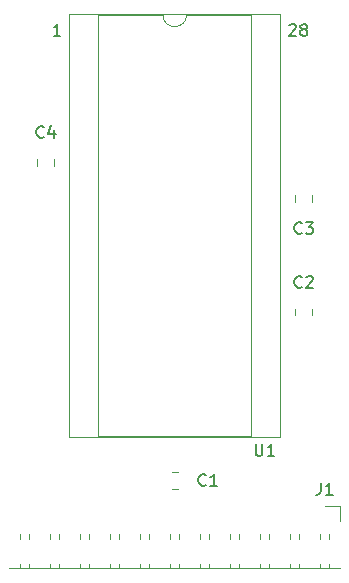
<source format=gbr>
G04 #@! TF.GenerationSoftware,KiCad,Pcbnew,(5.1.5-0-10_14)*
G04 #@! TF.CreationDate,2020-05-05T19:23:22-07:00*
G04 #@! TF.ProjectId,N64 Mask ROM Breakout,4e363420-4d61-4736-9b20-524f4d204272,rev?*
G04 #@! TF.SameCoordinates,Original*
G04 #@! TF.FileFunction,Legend,Top*
G04 #@! TF.FilePolarity,Positive*
%FSLAX46Y46*%
G04 Gerber Fmt 4.6, Leading zero omitted, Abs format (unit mm)*
G04 Created by KiCad (PCBNEW (5.1.5-0-10_14)) date 2020-05-05 19:23:22*
%MOMM*%
%LPD*%
G04 APERTURE LIST*
%ADD10C,0.150000*%
%ADD11C,0.120000*%
G04 APERTURE END LIST*
D10*
X162085976Y-78287619D02*
X162133595Y-78240000D01*
X162228833Y-78192380D01*
X162466928Y-78192380D01*
X162562166Y-78240000D01*
X162609785Y-78287619D01*
X162657404Y-78382857D01*
X162657404Y-78478095D01*
X162609785Y-78620952D01*
X162038357Y-79192380D01*
X162657404Y-79192380D01*
X163228833Y-78620952D02*
X163133595Y-78573333D01*
X163085976Y-78525714D01*
X163038357Y-78430476D01*
X163038357Y-78382857D01*
X163085976Y-78287619D01*
X163133595Y-78240000D01*
X163228833Y-78192380D01*
X163419309Y-78192380D01*
X163514547Y-78240000D01*
X163562166Y-78287619D01*
X163609785Y-78382857D01*
X163609785Y-78430476D01*
X163562166Y-78525714D01*
X163514547Y-78573333D01*
X163419309Y-78620952D01*
X163228833Y-78620952D01*
X163133595Y-78668571D01*
X163085976Y-78716190D01*
X163038357Y-78811428D01*
X163038357Y-79001904D01*
X163085976Y-79097142D01*
X163133595Y-79144761D01*
X163228833Y-79192380D01*
X163419309Y-79192380D01*
X163514547Y-79144761D01*
X163562166Y-79097142D01*
X163609785Y-79001904D01*
X163609785Y-78811428D01*
X163562166Y-78716190D01*
X163514547Y-78668571D01*
X163419309Y-78620952D01*
X142714023Y-79192380D02*
X142142595Y-79192380D01*
X142428309Y-79192380D02*
X142428309Y-78192380D01*
X142333071Y-78335238D01*
X142237833Y-78430476D01*
X142142595Y-78478095D01*
D11*
X166370000Y-119030000D02*
X166370000Y-120300000D01*
X165100000Y-119030000D02*
X166370000Y-119030000D01*
X139320000Y-121342929D02*
X139320000Y-121797071D01*
X140080000Y-121342929D02*
X140080000Y-121797071D01*
X139320000Y-123882929D02*
X139320000Y-124280000D01*
X140080000Y-123882929D02*
X140080000Y-124280000D01*
X141860000Y-121342929D02*
X141860000Y-121797071D01*
X142620000Y-121342929D02*
X142620000Y-121797071D01*
X141860000Y-123882929D02*
X141860000Y-124280000D01*
X142620000Y-123882929D02*
X142620000Y-124280000D01*
X144400000Y-121342929D02*
X144400000Y-121797071D01*
X145160000Y-121342929D02*
X145160000Y-121797071D01*
X144400000Y-123882929D02*
X144400000Y-124280000D01*
X145160000Y-123882929D02*
X145160000Y-124280000D01*
X146940000Y-121342929D02*
X146940000Y-121797071D01*
X147700000Y-121342929D02*
X147700000Y-121797071D01*
X146940000Y-123882929D02*
X146940000Y-124280000D01*
X147700000Y-123882929D02*
X147700000Y-124280000D01*
X149480000Y-121342929D02*
X149480000Y-121797071D01*
X150240000Y-121342929D02*
X150240000Y-121797071D01*
X149480000Y-123882929D02*
X149480000Y-124280000D01*
X150240000Y-123882929D02*
X150240000Y-124280000D01*
X152020000Y-121342929D02*
X152020000Y-121797071D01*
X152780000Y-121342929D02*
X152780000Y-121797071D01*
X152020000Y-123882929D02*
X152020000Y-124280000D01*
X152780000Y-123882929D02*
X152780000Y-124280000D01*
X154560000Y-121342929D02*
X154560000Y-121797071D01*
X155320000Y-121342929D02*
X155320000Y-121797071D01*
X154560000Y-123882929D02*
X154560000Y-124280000D01*
X155320000Y-123882929D02*
X155320000Y-124280000D01*
X157100000Y-121342929D02*
X157100000Y-121797071D01*
X157860000Y-121342929D02*
X157860000Y-121797071D01*
X157100000Y-123882929D02*
X157100000Y-124280000D01*
X157860000Y-123882929D02*
X157860000Y-124280000D01*
X159640000Y-121342929D02*
X159640000Y-121797071D01*
X160400000Y-121342929D02*
X160400000Y-121797071D01*
X159640000Y-123882929D02*
X159640000Y-124280000D01*
X160400000Y-123882929D02*
X160400000Y-124280000D01*
X162180000Y-121342929D02*
X162180000Y-121797071D01*
X162940000Y-121342929D02*
X162940000Y-121797071D01*
X162180000Y-123882929D02*
X162180000Y-124280000D01*
X162940000Y-123882929D02*
X162940000Y-124280000D01*
X164720000Y-121410000D02*
X164720000Y-121797071D01*
X165480000Y-121410000D02*
X165480000Y-121797071D01*
X164720000Y-123882929D02*
X164720000Y-124280000D01*
X165480000Y-123882929D02*
X165480000Y-124280000D01*
X166430000Y-124280000D02*
X138370000Y-124280000D01*
X161350000Y-77350000D02*
X143450000Y-77350000D01*
X161350000Y-113150000D02*
X161350000Y-77350000D01*
X143450000Y-113150000D02*
X161350000Y-113150000D01*
X143450000Y-77350000D02*
X143450000Y-113150000D01*
X158860000Y-77410000D02*
X153400000Y-77410000D01*
X158860000Y-113090000D02*
X158860000Y-77410000D01*
X145940000Y-113090000D02*
X158860000Y-113090000D01*
X145940000Y-77410000D02*
X145940000Y-113090000D01*
X151400000Y-77410000D02*
X145940000Y-77410000D01*
X153400000Y-77410000D02*
G75*
G02X151400000Y-77410000I-1000000J0D01*
G01*
X140768000Y-89657422D02*
X140768000Y-90174578D01*
X142188000Y-89657422D02*
X142188000Y-90174578D01*
X164032000Y-93222578D02*
X164032000Y-92705422D01*
X162612000Y-93222578D02*
X162612000Y-92705422D01*
X162612000Y-102278922D02*
X162612000Y-102796078D01*
X164032000Y-102278922D02*
X164032000Y-102796078D01*
X152658578Y-116130000D02*
X152141422Y-116130000D01*
X152658578Y-117550000D02*
X152141422Y-117550000D01*
D10*
X164766666Y-117054380D02*
X164766666Y-117768666D01*
X164719047Y-117911523D01*
X164623809Y-118006761D01*
X164480952Y-118054380D01*
X164385714Y-118054380D01*
X165766666Y-118054380D02*
X165195238Y-118054380D01*
X165480952Y-118054380D02*
X165480952Y-117054380D01*
X165385714Y-117197238D01*
X165290476Y-117292476D01*
X165195238Y-117340095D01*
X159258095Y-113752380D02*
X159258095Y-114561904D01*
X159305714Y-114657142D01*
X159353333Y-114704761D01*
X159448571Y-114752380D01*
X159639047Y-114752380D01*
X159734285Y-114704761D01*
X159781904Y-114657142D01*
X159829523Y-114561904D01*
X159829523Y-113752380D01*
X160829523Y-114752380D02*
X160258095Y-114752380D01*
X160543809Y-114752380D02*
X160543809Y-113752380D01*
X160448571Y-113895238D01*
X160353333Y-113990476D01*
X160258095Y-114038095D01*
X141311333Y-87733142D02*
X141263714Y-87780761D01*
X141120857Y-87828380D01*
X141025619Y-87828380D01*
X140882761Y-87780761D01*
X140787523Y-87685523D01*
X140739904Y-87590285D01*
X140692285Y-87399809D01*
X140692285Y-87256952D01*
X140739904Y-87066476D01*
X140787523Y-86971238D01*
X140882761Y-86876000D01*
X141025619Y-86828380D01*
X141120857Y-86828380D01*
X141263714Y-86876000D01*
X141311333Y-86923619D01*
X142168476Y-87161714D02*
X142168476Y-87828380D01*
X141930380Y-86780761D02*
X141692285Y-87495047D01*
X142311333Y-87495047D01*
X163155333Y-95861142D02*
X163107714Y-95908761D01*
X162964857Y-95956380D01*
X162869619Y-95956380D01*
X162726761Y-95908761D01*
X162631523Y-95813523D01*
X162583904Y-95718285D01*
X162536285Y-95527809D01*
X162536285Y-95384952D01*
X162583904Y-95194476D01*
X162631523Y-95099238D01*
X162726761Y-95004000D01*
X162869619Y-94956380D01*
X162964857Y-94956380D01*
X163107714Y-95004000D01*
X163155333Y-95051619D01*
X163488666Y-94956380D02*
X164107714Y-94956380D01*
X163774380Y-95337333D01*
X163917238Y-95337333D01*
X164012476Y-95384952D01*
X164060095Y-95432571D01*
X164107714Y-95527809D01*
X164107714Y-95765904D01*
X164060095Y-95861142D01*
X164012476Y-95908761D01*
X163917238Y-95956380D01*
X163631523Y-95956380D01*
X163536285Y-95908761D01*
X163488666Y-95861142D01*
X163155333Y-100433142D02*
X163107714Y-100480761D01*
X162964857Y-100528380D01*
X162869619Y-100528380D01*
X162726761Y-100480761D01*
X162631523Y-100385523D01*
X162583904Y-100290285D01*
X162536285Y-100099809D01*
X162536285Y-99956952D01*
X162583904Y-99766476D01*
X162631523Y-99671238D01*
X162726761Y-99576000D01*
X162869619Y-99528380D01*
X162964857Y-99528380D01*
X163107714Y-99576000D01*
X163155333Y-99623619D01*
X163536285Y-99623619D02*
X163583904Y-99576000D01*
X163679142Y-99528380D01*
X163917238Y-99528380D01*
X164012476Y-99576000D01*
X164060095Y-99623619D01*
X164107714Y-99718857D01*
X164107714Y-99814095D01*
X164060095Y-99956952D01*
X163488666Y-100528380D01*
X164107714Y-100528380D01*
X155027333Y-117197142D02*
X154979714Y-117244761D01*
X154836857Y-117292380D01*
X154741619Y-117292380D01*
X154598761Y-117244761D01*
X154503523Y-117149523D01*
X154455904Y-117054285D01*
X154408285Y-116863809D01*
X154408285Y-116720952D01*
X154455904Y-116530476D01*
X154503523Y-116435238D01*
X154598761Y-116340000D01*
X154741619Y-116292380D01*
X154836857Y-116292380D01*
X154979714Y-116340000D01*
X155027333Y-116387619D01*
X155979714Y-117292380D02*
X155408285Y-117292380D01*
X155694000Y-117292380D02*
X155694000Y-116292380D01*
X155598761Y-116435238D01*
X155503523Y-116530476D01*
X155408285Y-116578095D01*
M02*

</source>
